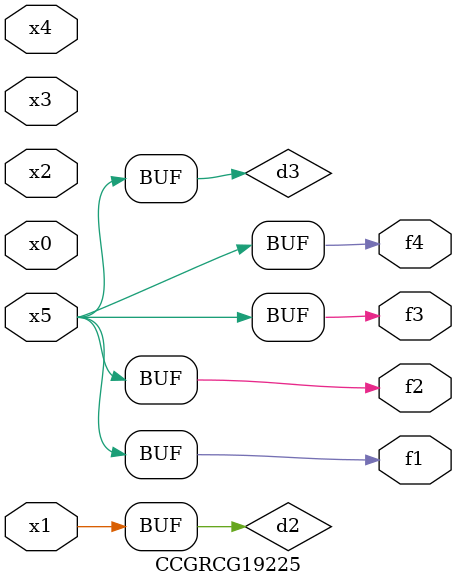
<source format=v>
module CCGRCG19225(
	input x0, x1, x2, x3, x4, x5,
	output f1, f2, f3, f4
);

	wire d1, d2, d3;

	not (d1, x5);
	or (d2, x1);
	xnor (d3, d1);
	assign f1 = d3;
	assign f2 = d3;
	assign f3 = d3;
	assign f4 = d3;
endmodule

</source>
